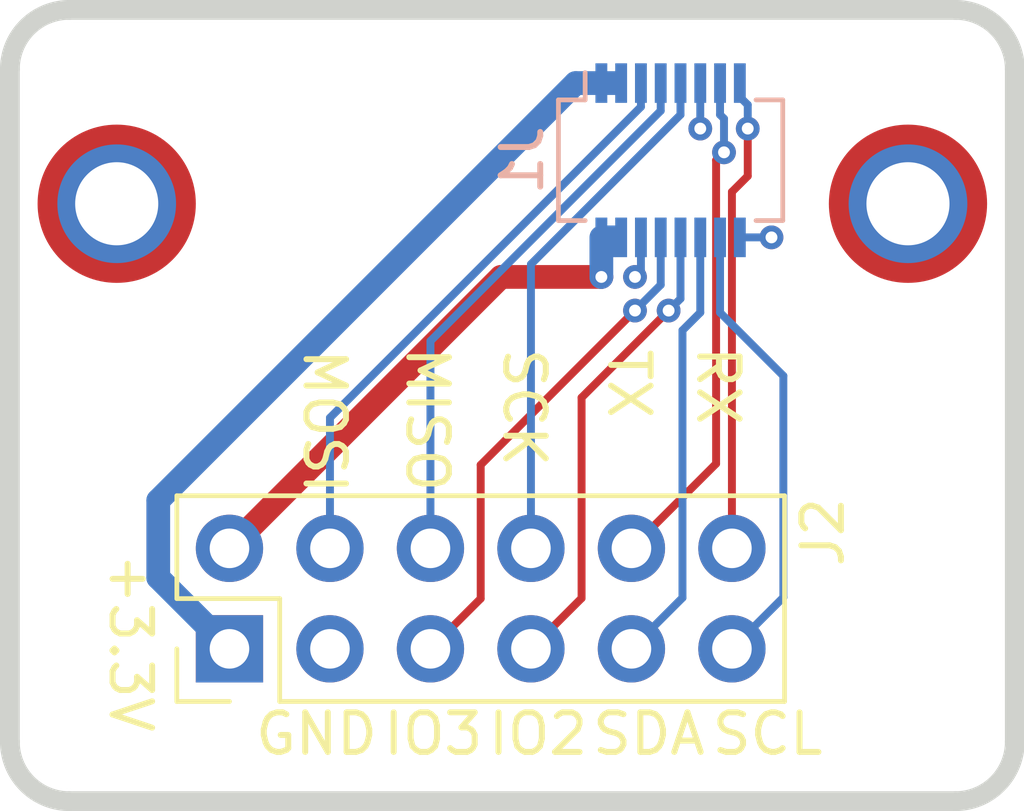
<source format=kicad_pcb>
(kicad_pcb (version 20171130) (host pcbnew "(5.1.9-0-10_14)")

  (general
    (thickness 1.6)
    (drawings 19)
    (tracks 60)
    (zones 0)
    (modules 4)
    (nets 13)
  )

  (page A4)
  (title_block
    (title "mikroPhone expansion breakout")
    (date 2024-02-02)
    (rev 4.0)
  )

  (layers
    (0 F.Cu signal)
    (1 GND power)
    (2 PWR power)
    (31 B.Cu signal)
    (32 B.Adhes user)
    (33 F.Adhes user)
    (34 B.Paste user)
    (35 F.Paste user)
    (36 B.SilkS user)
    (37 F.SilkS user)
    (38 B.Mask user)
    (39 F.Mask user)
    (40 Dwgs.User user)
    (41 Cmts.User user)
    (42 Eco1.User user)
    (43 Eco2.User user)
    (44 Edge.Cuts user)
    (45 Margin user)
    (46 B.CrtYd user)
    (47 F.CrtYd user)
    (48 B.Fab user hide)
    (49 F.Fab user hide)
  )

  (setup
    (last_trace_width 0.2)
    (trace_clearance 0.2)
    (zone_clearance 0.2032)
    (zone_45_only no)
    (trace_min 0.1524)
    (via_size 0.6)
    (via_drill 0.3)
    (via_min_size 0.4)
    (via_min_drill 0.2)
    (uvia_size 0.3)
    (uvia_drill 0.1)
    (uvias_allowed no)
    (uvia_min_size 0.2)
    (uvia_min_drill 0.1)
    (edge_width 0.05)
    (segment_width 0.2)
    (pcb_text_width 0.3)
    (pcb_text_size 1.5 1.5)
    (mod_edge_width 0.12)
    (mod_text_size 1 1)
    (mod_text_width 0.15)
    (pad_size 1.524 1.524)
    (pad_drill 0.762)
    (pad_to_mask_clearance 0)
    (aux_axis_origin 0 0)
    (visible_elements FFFFFF7F)
    (pcbplotparams
      (layerselection 0x010f0_ffffffff)
      (usegerberextensions true)
      (usegerberattributes false)
      (usegerberadvancedattributes false)
      (creategerberjobfile false)
      (excludeedgelayer true)
      (linewidth 0.100000)
      (plotframeref false)
      (viasonmask false)
      (mode 1)
      (useauxorigin false)
      (hpglpennumber 1)
      (hpglpenspeed 20)
      (hpglpendiameter 15.000000)
      (psnegative false)
      (psa4output false)
      (plotreference true)
      (plotvalue true)
      (plotinvisibletext false)
      (padsonsilk false)
      (subtractmaskfromsilk true)
      (outputformat 1)
      (mirror false)
      (drillshape 0)
      (scaleselection 1)
      (outputdirectory "fab/"))
  )

  (net 0 "")
  (net 1 GND)
  (net 2 +3V3)
  (net 3 /SPI_MOSI)
  (net 4 /SPI_MISO)
  (net 5 /SPI_SCK)
  (net 6 /UART_TX)
  (net 7 /UART_RX)
  (net 8 VDD)
  (net 9 /I2C_SDA)
  (net 10 /I2C_SCL)
  (net 11 /GPIO3)
  (net 12 /GPIO2)

  (net_class Default "This is the default net class."
    (clearance 0.2)
    (trace_width 0.2)
    (via_dia 0.6)
    (via_drill 0.3)
    (uvia_dia 0.3)
    (uvia_drill 0.1)
    (add_net +3V3)
    (add_net /GPIO2)
    (add_net /GPIO3)
    (add_net /I2C_SCL)
    (add_net /I2C_SDA)
    (add_net /SPI_MISO)
    (add_net /SPI_MOSI)
    (add_net /SPI_SCK)
    (add_net /UART_RX)
    (add_net /UART_TX)
    (add_net GND)
    (add_net VDD)
  )

  (module Connector_Molex:Molex_SlimStack_55560-0161_2x08_P0.50mm_Vertical (layer B.Cu) (tedit 60DA23A1) (tstamp 60DA7D5B)
    (at 198 117.7 180)
    (descr "Molex SlimStack Fine-Pitch SMT Board-to-Board Connectors, 55560-0161, 16 Pins (http://www.molex.com/pdm_docs/sd/555600207_sd.pdf), generated with kicad-footprint-generator")
    (tags "connector Molex SlimStack side entry")
    (path /60DA2442)
    (attr smd)
    (fp_text reference J1 (at 3.75 0 90) (layer B.SilkS)
      (effects (font (size 1 1) (thickness 0.15)) (justify mirror))
    )
    (fp_text value IN (at 0 4.4) (layer B.Fab)
      (effects (font (size 1 1) (thickness 0.15)) (justify mirror))
    )
    (fp_line (start -3.22 2.95) (end 3.22 2.95) (layer B.CrtYd) (width 0.05))
    (fp_line (start -3.22 -2.95) (end -3.22 2.95) (layer B.CrtYd) (width 0.05))
    (fp_line (start 3.22 -2.95) (end -3.22 -2.95) (layer B.CrtYd) (width 0.05))
    (fp_line (start 3.22 2.95) (end 3.22 -2.95) (layer B.CrtYd) (width 0.05))
    (fp_line (start -2.835 1.525) (end -2.16 1.525) (layer B.SilkS) (width 0.12))
    (fp_line (start -2.835 -1.525) (end -2.835 1.525) (layer B.SilkS) (width 0.12))
    (fp_line (start -2.16 -1.525) (end -2.835 -1.525) (layer B.SilkS) (width 0.12))
    (fp_line (start 2.16 1.525) (end 2.16 2.215) (layer B.SilkS) (width 0.12))
    (fp_line (start 2.835 1.525) (end 2.16 1.525) (layer B.SilkS) (width 0.12))
    (fp_line (start 2.835 -1.525) (end 2.835 1.525) (layer B.SilkS) (width 0.12))
    (fp_line (start 2.16 -1.525) (end 2.835 -1.525) (layer B.SilkS) (width 0.12))
    (fp_line (start 2.16 1.525) (end 2.16 2.215) (layer B.Fab) (width 0.1))
    (fp_line (start -2.725 1.415) (end 2.725 1.415) (layer B.Fab) (width 0.1))
    (fp_line (start -2.725 -1.415) (end -2.725 1.415) (layer B.Fab) (width 0.1))
    (fp_line (start 2.725 -1.415) (end -2.725 -1.415) (layer B.Fab) (width 0.1))
    (fp_line (start 2.725 1.415) (end 2.725 -1.415) (layer B.Fab) (width 0.1))
    (fp_text user %R (at 0 0) (layer B.Fab)
      (effects (font (size 1 1) (thickness 0.15)) (justify mirror))
    )
    (pad 1 smd rect (at 1.75 1.95 180) (size 0.3 1) (layers B.Cu B.Paste B.Mask)
      (net 2 +3V3))
    (pad 3 smd rect (at 1.25 1.95 180) (size 0.3 1) (layers B.Cu B.Paste B.Mask)
      (net 2 +3V3))
    (pad 5 smd rect (at 0.75 1.95 180) (size 0.3 1) (layers B.Cu B.Paste B.Mask)
      (net 3 /SPI_MOSI))
    (pad 7 smd rect (at 0.25 1.95 180) (size 0.3 1) (layers B.Cu B.Paste B.Mask)
      (net 4 /SPI_MISO))
    (pad 9 smd rect (at -0.25 1.95 180) (size 0.3 1) (layers B.Cu B.Paste B.Mask)
      (net 5 /SPI_SCK))
    (pad 11 smd rect (at -0.75 1.95 180) (size 0.3 1) (layers B.Cu B.Paste B.Mask)
      (net 1 GND))
    (pad 13 smd rect (at -1.25 1.95 180) (size 0.3 1) (layers B.Cu B.Paste B.Mask)
      (net 6 /UART_TX))
    (pad 15 smd rect (at -1.75 1.95 180) (size 0.3 1) (layers B.Cu B.Paste B.Mask)
      (net 7 /UART_RX))
    (pad 2 smd rect (at 1.75 -1.95 180) (size 0.3 1) (layers B.Cu B.Paste B.Mask)
      (net 8 VDD))
    (pad 4 smd rect (at 1.25 -1.95 180) (size 0.3 1) (layers B.Cu B.Paste B.Mask)
      (net 8 VDD))
    (pad 6 smd rect (at 0.75 -1.95 180) (size 0.3 1) (layers B.Cu B.Paste B.Mask)
      (net 1 GND))
    (pad 8 smd rect (at 0.25 -1.95 180) (size 0.3 1) (layers B.Cu B.Paste B.Mask)
      (net 11 /GPIO3))
    (pad 10 smd rect (at -0.25 -1.95 180) (size 0.3 1) (layers B.Cu B.Paste B.Mask)
      (net 12 /GPIO2))
    (pad 12 smd rect (at -0.75 -1.95 180) (size 0.3 1) (layers B.Cu B.Paste B.Mask)
      (net 9 /I2C_SDA))
    (pad 14 smd rect (at -1.25 -1.95 180) (size 0.3 1) (layers B.Cu B.Paste B.Mask)
      (net 10 /I2C_SCL))
    (pad 16 smd rect (at -1.75 -1.95 180) (size 0.3 1) (layers B.Cu B.Paste B.Mask)
      (net 1 GND))
    (model ${KISYS3DMOD}/Connector_Molex.3dshapes/Molex_SlimStack_55560-0161_2x08_P0.50mm_Vertical.wrl
      (at (xyz 0 0 0))
      (scale (xyz 1 1 1))
      (rotate (xyz 0 0 0))
    )
  )

  (module footprints:Spacer_small (layer F.Cu) (tedit 61BFD32E) (tstamp 65BE3852)
    (at 204 118.8)
    (path /65BF75AF)
    (fp_text reference J3 (at 0 2.8) (layer F.SilkS) hide
      (effects (font (size 1 1) (thickness 0.15)))
    )
    (fp_text value Spacer (at 0 -2.7) (layer F.Fab)
      (effects (font (size 1 1) (thickness 0.15)))
    )
    (pad 1 thru_hole circle (at 0 0) (size 3 3) (drill 2.1) (layers *.Cu *.Mask)
      (net 1 GND))
    (pad 1 smd circle (at 0 0) (size 4 4) (layers F.Cu F.Mask)
      (net 1 GND))
  )

  (module footprints:Spacer_small (layer F.Cu) (tedit 61BFD32E) (tstamp 65BE3858)
    (at 184 118.8)
    (path /65BF7FCD)
    (fp_text reference J4 (at 0 2.8) (layer F.SilkS) hide
      (effects (font (size 1 1) (thickness 0.15)))
    )
    (fp_text value Spacer (at 0 -2.7) (layer F.Fab)
      (effects (font (size 1 1) (thickness 0.15)))
    )
    (pad 1 smd circle (at 0 0) (size 4 4) (layers F.Cu F.Mask)
      (net 1 GND))
    (pad 1 thru_hole circle (at 0 0) (size 3 3) (drill 2.1) (layers *.Cu *.Mask)
      (net 1 GND))
  )

  (module Connector_PinHeader_2.54mm:PinHeader_2x06_P2.54mm_Vertical (layer F.Cu) (tedit 59FED5CC) (tstamp 65BE4CDD)
    (at 186.85 130.05 90)
    (descr "Through hole straight pin header, 2x06, 2.54mm pitch, double rows")
    (tags "Through hole pin header THT 2x06 2.54mm double row")
    (path /65C12A3F)
    (fp_text reference J2 (at 2.95 15 -90) (layer F.SilkS)
      (effects (font (size 1 1) (thickness 0.15)))
    )
    (fp_text value OUT (at 1.27 15.03 -90) (layer F.Fab)
      (effects (font (size 1 1) (thickness 0.15)))
    )
    (fp_line (start 4.35 -1.8) (end -1.8 -1.8) (layer F.CrtYd) (width 0.05))
    (fp_line (start 4.35 14.5) (end 4.35 -1.8) (layer F.CrtYd) (width 0.05))
    (fp_line (start -1.8 14.5) (end 4.35 14.5) (layer F.CrtYd) (width 0.05))
    (fp_line (start -1.8 -1.8) (end -1.8 14.5) (layer F.CrtYd) (width 0.05))
    (fp_line (start -1.33 -1.33) (end 0 -1.33) (layer F.SilkS) (width 0.12))
    (fp_line (start -1.33 0) (end -1.33 -1.33) (layer F.SilkS) (width 0.12))
    (fp_line (start 1.27 -1.33) (end 3.87 -1.33) (layer F.SilkS) (width 0.12))
    (fp_line (start 1.27 1.27) (end 1.27 -1.33) (layer F.SilkS) (width 0.12))
    (fp_line (start -1.33 1.27) (end 1.27 1.27) (layer F.SilkS) (width 0.12))
    (fp_line (start 3.87 -1.33) (end 3.87 14.03) (layer F.SilkS) (width 0.12))
    (fp_line (start -1.33 1.27) (end -1.33 14.03) (layer F.SilkS) (width 0.12))
    (fp_line (start -1.33 14.03) (end 3.87 14.03) (layer F.SilkS) (width 0.12))
    (fp_line (start -1.27 0) (end 0 -1.27) (layer F.Fab) (width 0.1))
    (fp_line (start -1.27 13.97) (end -1.27 0) (layer F.Fab) (width 0.1))
    (fp_line (start 3.81 13.97) (end -1.27 13.97) (layer F.Fab) (width 0.1))
    (fp_line (start 3.81 -1.27) (end 3.81 13.97) (layer F.Fab) (width 0.1))
    (fp_line (start 0 -1.27) (end 3.81 -1.27) (layer F.Fab) (width 0.1))
    (fp_text user %R (at 1.27 6.35 180) (layer F.Fab)
      (effects (font (size 1 1) (thickness 0.15)))
    )
    (pad 1 thru_hole rect (at 0 0 90) (size 1.7 1.7) (drill 1) (layers *.Cu *.Mask)
      (net 2 +3V3))
    (pad 2 thru_hole oval (at 2.54 0 90) (size 1.7 1.7) (drill 1) (layers *.Cu *.Mask)
      (net 8 VDD))
    (pad 3 thru_hole oval (at 0 2.54 90) (size 1.7 1.7) (drill 1) (layers *.Cu *.Mask)
      (net 1 GND))
    (pad 4 thru_hole oval (at 2.54 2.54 90) (size 1.7 1.7) (drill 1) (layers *.Cu *.Mask)
      (net 3 /SPI_MOSI))
    (pad 5 thru_hole oval (at 0 5.08 90) (size 1.7 1.7) (drill 1) (layers *.Cu *.Mask)
      (net 11 /GPIO3))
    (pad 6 thru_hole oval (at 2.54 5.08 90) (size 1.7 1.7) (drill 1) (layers *.Cu *.Mask)
      (net 4 /SPI_MISO))
    (pad 7 thru_hole oval (at 0 7.62 90) (size 1.7 1.7) (drill 1) (layers *.Cu *.Mask)
      (net 12 /GPIO2))
    (pad 8 thru_hole oval (at 2.54 7.62 90) (size 1.7 1.7) (drill 1) (layers *.Cu *.Mask)
      (net 5 /SPI_SCK))
    (pad 9 thru_hole oval (at 0 10.16 90) (size 1.7 1.7) (drill 1) (layers *.Cu *.Mask)
      (net 9 /I2C_SDA))
    (pad 10 thru_hole oval (at 2.54 10.16 90) (size 1.7 1.7) (drill 1) (layers *.Cu *.Mask)
      (net 6 /UART_TX))
    (pad 11 thru_hole oval (at 0 12.7 90) (size 1.7 1.7) (drill 1) (layers *.Cu *.Mask)
      (net 10 /I2C_SCL))
    (pad 12 thru_hole oval (at 2.54 12.7 90) (size 1.7 1.7) (drill 1) (layers *.Cu *.Mask)
      (net 7 /UART_RX))
    (model ${KISYS3DMOD}/Connector_PinHeader_2.54mm.3dshapes/PinHeader_2x06_P2.54mm_Vertical.wrl
      (at (xyz 0 0 0))
      (scale (xyz 1 1 1))
      (rotate (xyz 0 0 0))
    )
  )

  (gr_text RX (at 199.2 123.4 270) (layer F.SilkS)
    (effects (font (size 1 1) (thickness 0.15)))
  )
  (gr_text TX (at 196.95 123.35 270) (layer F.SilkS)
    (effects (font (size 1 1) (thickness 0.15)))
  )
  (gr_text IO2 (at 194.65 132.2) (layer F.SilkS)
    (effects (font (size 1 1) (thickness 0.15)))
  )
  (gr_text IO3 (at 192 132.2) (layer F.SilkS) (tstamp 614F550E)
    (effects (font (size 1 1) (thickness 0.15)))
  )
  (gr_text GND (at 189.05 132.2) (layer F.SilkS) (tstamp 614F54E1)
    (effects (font (size 1 1) (thickness 0.15)))
  )
  (gr_text MISO (at 191.85 124.25 270) (layer F.SilkS) (tstamp 614F54DF)
    (effects (font (size 1 1) (thickness 0.15)))
  )
  (gr_text SDA (at 197.45 132.2) (layer F.SilkS) (tstamp 614F54DE)
    (effects (font (size 1 1) (thickness 0.15)))
  )
  (gr_text SCL (at 200.45 132.2) (layer F.SilkS) (tstamp 614F54DD)
    (effects (font (size 1 1) (thickness 0.15)))
  )
  (gr_text +3.3V (at 184.35 129.9 270) (layer F.SilkS) (tstamp 614F54DC)
    (effects (font (size 1 1) (thickness 0.15)))
  )
  (gr_text SCK (at 194.3 123.95 270) (layer F.SilkS) (tstamp 614F54DB)
    (effects (font (size 1 1) (thickness 0.15)))
  )
  (gr_text MOSI (at 189.25 124.3 270) (layer F.SilkS) (tstamp 614F54DA)
    (effects (font (size 1 1) (thickness 0.15)))
  )
  (gr_line (start 205.2 133.9) (end 182.8 133.9) (layer Edge.Cuts) (width 0.5) (tstamp 60DA3AA5))
  (gr_arc (start 205.2 132.4) (end 205.2 133.9) (angle -90) (layer Edge.Cuts) (width 0.5) (tstamp 60DA3A98))
  (gr_arc (start 182.8 132.4) (end 181.3 132.4) (angle -90) (layer Edge.Cuts) (width 0.5) (tstamp 60DA3A98))
  (gr_line (start 181.3 115.4) (end 181.3 132.4) (layer Edge.Cuts) (width 0.5))
  (gr_arc (start 182.8 115.4) (end 182.8 113.9) (angle -90) (layer Edge.Cuts) (width 0.5) (tstamp 60DA3A98))
  (gr_line (start 205.2 113.9) (end 182.8 113.9) (layer Edge.Cuts) (width 0.5))
  (gr_line (start 206.7 115.4) (end 206.7 132.4) (layer Edge.Cuts) (width 0.5))
  (gr_arc (start 205.2 115.4) (end 206.7 115.4) (angle -90) (layer Edge.Cuts) (width 0.5) (tstamp 60DA37D1))

  (via (at 197.1 120.65) (size 0.6) (drill 0.3) (layers F.Cu B.Cu) (net 1))
  (segment (start 197.25 120.5) (end 197.1 120.65) (width 0.2) (layer B.Cu) (net 1))
  (segment (start 197.25 119.65) (end 197.25 120.5) (width 0.2) (layer B.Cu) (net 1))
  (via (at 198.75 116.9) (size 0.6) (drill 0.3) (layers F.Cu B.Cu) (net 1))
  (segment (start 198.75 115.75) (end 198.75 116.9) (width 0.2) (layer B.Cu) (net 1))
  (via (at 200.55 119.65) (size 0.6) (drill 0.3) (layers F.Cu B.Cu) (net 1))
  (segment (start 199.75 119.65) (end 200.55 119.65) (width 0.2) (layer B.Cu) (net 1))
  (segment (start 196.75 115.75) (end 196.25 115.75) (width 0.2) (layer B.Cu) (net 2))
  (segment (start 186.85 130.05) (end 185.05 128.25) (width 0.6) (layer B.Cu) (net 2))
  (segment (start 185.05 128.25) (end 185.05 126.3) (width 0.6) (layer B.Cu) (net 2))
  (segment (start 185.05 126.3) (end 195.6 115.75) (width 0.6) (layer B.Cu) (net 2))
  (segment (start 195.6 115.75) (end 196.25 115.75) (width 0.6) (layer B.Cu) (net 2))
  (segment (start 197.25 115.75) (end 197.25 116.35) (width 0.2) (layer B.Cu) (net 3))
  (segment (start 197.25 116.35) (end 189.39 124.21) (width 0.2) (layer B.Cu) (net 3))
  (segment (start 189.39 124.21) (end 189.39 127.51) (width 0.2) (layer B.Cu) (net 3))
  (segment (start 197.75 115.75) (end 197.75 116.45) (width 0.2) (layer B.Cu) (net 4))
  (segment (start 191.93 122.27) (end 191.93 127.51) (width 0.2) (layer B.Cu) (net 4))
  (segment (start 197.75 116.45) (end 191.93 122.27) (width 0.2) (layer B.Cu) (net 4))
  (segment (start 198.25 116.55) (end 198.25 115.75) (width 0.2) (layer B.Cu) (net 5))
  (segment (start 198.25 116.55) (end 194.47 120.33) (width 0.2) (layer B.Cu) (net 5))
  (segment (start 194.47 120.33) (end 194.47 127.51) (width 0.2) (layer B.Cu) (net 5))
  (segment (start 199.25 115.75) (end 199.25 116.55) (width 0.2) (layer B.Cu) (net 6))
  (via (at 199.35 117.5) (size 0.6) (drill 0.3) (layers F.Cu B.Cu) (net 6))
  (segment (start 199.35 116.65) (end 199.35 117.5) (width 0.2) (layer B.Cu) (net 6))
  (segment (start 199.25 116.55) (end 199.35 116.65) (width 0.2) (layer B.Cu) (net 6))
  (segment (start 199.35 117.5) (end 199.15 117.7) (width 0.2) (layer F.Cu) (net 6))
  (segment (start 199.15 125.37) (end 197.01 127.51) (width 0.2) (layer F.Cu) (net 6))
  (segment (start 199.15 117.7) (end 199.15 125.37) (width 0.2) (layer F.Cu) (net 6))
  (segment (start 199.55 118.5) (end 199.95 118.1) (width 0.2) (layer F.Cu) (net 7))
  (segment (start 199.55 127.51) (end 199.55 118.5) (width 0.2) (layer F.Cu) (net 7))
  (segment (start 199.75 115.75) (end 199.75 116.1) (width 0.2) (layer B.Cu) (net 7))
  (segment (start 199.75 116.1) (end 199.95 116.3) (width 0.2) (layer B.Cu) (net 7))
  (via (at 199.95 116.9) (size 0.6) (drill 0.3) (layers F.Cu B.Cu) (net 7))
  (segment (start 199.95 116.3) (end 199.95 116.9) (width 0.2) (layer B.Cu) (net 7))
  (segment (start 199.95 116.9) (end 199.95 118.1) (width 0.2) (layer F.Cu) (net 7))
  (segment (start 196.75 119.65) (end 196.25 119.65) (width 0.2) (layer B.Cu) (net 8))
  (via (at 196.25 120.65) (size 0.6) (drill 0.3) (layers F.Cu B.Cu) (net 8))
  (segment (start 193.71 120.65) (end 196.25 120.65) (width 0.6) (layer F.Cu) (net 8))
  (segment (start 186.85 127.51) (end 193.71 120.65) (width 0.6) (layer F.Cu) (net 8))
  (segment (start 196.25 120.65) (end 196.25 119.65) (width 0.6) (layer B.Cu) (net 8))
  (segment (start 198.75 119.65) (end 198.75 121.55) (width 0.2) (layer B.Cu) (net 9))
  (segment (start 198.75 121.55) (end 198.3 122) (width 0.2) (layer B.Cu) (net 9))
  (segment (start 198.3 128.76) (end 197.01 130.05) (width 0.2) (layer B.Cu) (net 9))
  (segment (start 198.3 122) (end 198.3 128.76) (width 0.2) (layer B.Cu) (net 9))
  (segment (start 200.85 128.75) (end 199.55 130.05) (width 0.2) (layer B.Cu) (net 10))
  (segment (start 199.25 119.65) (end 199.25 121.55) (width 0.2) (layer B.Cu) (net 10))
  (segment (start 200.85 123.15) (end 200.85 128.75) (width 0.2) (layer B.Cu) (net 10))
  (segment (start 199.25 121.55) (end 200.85 123.15) (width 0.2) (layer B.Cu) (net 10))
  (segment (start 197.75 119.65) (end 197.75 120.85) (width 0.2) (layer B.Cu) (net 11))
  (via (at 197.1 121.5) (size 0.6) (drill 0.3) (layers F.Cu B.Cu) (net 11))
  (segment (start 197.75 120.85) (end 197.1 121.5) (width 0.2) (layer B.Cu) (net 11))
  (segment (start 197.1 121.5) (end 193.2 125.4) (width 0.2) (layer F.Cu) (net 11))
  (segment (start 193.2 128.78) (end 191.93 130.05) (width 0.2) (layer F.Cu) (net 11))
  (segment (start 193.2 125.4) (end 193.2 128.78) (width 0.2) (layer F.Cu) (net 11))
  (via (at 197.95 121.5) (size 0.6) (drill 0.3) (layers F.Cu B.Cu) (net 12))
  (segment (start 198.25 121.2) (end 197.95 121.5) (width 0.2) (layer B.Cu) (net 12))
  (segment (start 198.25 119.65) (end 198.25 121.2) (width 0.2) (layer B.Cu) (net 12))
  (segment (start 197.95 121.5) (end 195.75 123.7) (width 0.2) (layer F.Cu) (net 12))
  (segment (start 195.75 128.77) (end 194.47 130.05) (width 0.2) (layer F.Cu) (net 12))
  (segment (start 195.75 123.7) (end 195.75 128.77) (width 0.2) (layer F.Cu) (net 12))

  (zone (net 1) (net_name GND) (layer GND) (tstamp 65D5B3CF) (hatch edge 0.508)
    (connect_pads (clearance 0.2032))
    (min_thickness 0.254)
    (fill yes (arc_segments 32) (thermal_gap 0.254) (thermal_bridge_width 0.381))
    (polygon
      (pts
        (xy 206.7 133.9) (xy 181.3 133.9) (xy 181.3 113.9) (xy 206.7 113.9)
      )
    )
    (filled_polygon
      (pts
        (xy 205.378115 114.500446) (xy 205.54945 114.552176) (xy 205.707467 114.636195) (xy 205.846164 114.749313) (xy 205.960241 114.887209)
        (xy 206.045364 115.044641) (xy 206.098288 115.215609) (xy 206.1198 115.42029) (xy 206.119801 132.371614) (xy 206.099554 132.578115)
        (xy 206.047824 132.74945) (xy 205.963803 132.90747) (xy 205.850687 133.046163) (xy 205.712791 133.160241) (xy 205.555355 133.245366)
        (xy 205.384392 133.298288) (xy 205.179711 133.3198) (xy 182.828376 133.3198) (xy 182.621885 133.299554) (xy 182.45055 133.247824)
        (xy 182.29253 133.163803) (xy 182.153837 133.050687) (xy 182.039759 132.912791) (xy 181.954634 132.755355) (xy 181.901712 132.584392)
        (xy 181.8802 132.379711) (xy 181.8802 129.2) (xy 185.668203 129.2) (xy 185.668203 130.9) (xy 185.674578 130.96473)
        (xy 185.69346 131.026973) (xy 185.724121 131.084337) (xy 185.765384 131.134616) (xy 185.815663 131.175879) (xy 185.873027 131.20654)
        (xy 185.93527 131.225422) (xy 186 131.231797) (xy 187.7 131.231797) (xy 187.76473 131.225422) (xy 187.826973 131.20654)
        (xy 187.884337 131.175879) (xy 187.934616 131.134616) (xy 187.975879 131.084337) (xy 188.00654 131.026973) (xy 188.025422 130.96473)
        (xy 188.031797 130.9) (xy 188.031797 130.305033) (xy 188.185705 130.305033) (xy 188.2586 130.535079) (xy 188.374974 130.746484)
        (xy 188.530355 130.931123) (xy 188.718771 131.081901) (xy 188.932982 131.193024) (xy 189.134967 131.254292) (xy 189.3265 131.183973)
        (xy 189.3265 130.1135) (xy 189.4535 130.1135) (xy 189.4535 131.183973) (xy 189.645033 131.254292) (xy 189.847018 131.193024)
        (xy 190.061229 131.081901) (xy 190.249645 130.931123) (xy 190.405026 130.746484) (xy 190.5214 130.535079) (xy 190.594295 130.305033)
        (xy 190.524114 130.1135) (xy 189.4535 130.1135) (xy 189.3265 130.1135) (xy 188.255886 130.1135) (xy 188.185705 130.305033)
        (xy 188.031797 130.305033) (xy 188.031797 129.794967) (xy 188.185705 129.794967) (xy 188.255886 129.9865) (xy 189.3265 129.9865)
        (xy 189.3265 128.916027) (xy 189.4535 128.916027) (xy 189.4535 129.9865) (xy 190.524114 129.9865) (xy 190.543438 129.93376)
        (xy 190.7498 129.93376) (xy 190.7498 130.16624) (xy 190.795155 130.394252) (xy 190.884121 130.609034) (xy 191.013279 130.802333)
        (xy 191.177667 130.966721) (xy 191.370966 131.095879) (xy 191.585748 131.184845) (xy 191.81376 131.2302) (xy 192.04624 131.2302)
        (xy 192.274252 131.184845) (xy 192.489034 131.095879) (xy 192.682333 130.966721) (xy 192.846721 130.802333) (xy 192.975879 130.609034)
        (xy 193.064845 130.394252) (xy 193.1102 130.16624) (xy 193.1102 129.93376) (xy 193.2898 129.93376) (xy 193.2898 130.16624)
        (xy 193.335155 130.394252) (xy 193.424121 130.609034) (xy 193.553279 130.802333) (xy 193.717667 130.966721) (xy 193.910966 131.095879)
        (xy 194.125748 131.184845) (xy 194.35376 131.2302) (xy 194.58624 131.2302) (xy 194.814252 131.184845) (xy 195.029034 131.095879)
        (xy 195.222333 130.966721) (xy 195.386721 130.802333) (xy 195.515879 130.609034) (xy 195.604845 130.394252) (xy 195.6502 130.16624)
        (xy 195.6502 129.93376) (xy 195.8298 129.93376) (xy 195.8298 130.16624) (xy 195.875155 130.394252) (xy 195.964121 130.609034)
        (xy 196.093279 130.802333) (xy 196.257667 130.966721) (xy 196.450966 131.095879) (xy 196.665748 131.184845) (xy 196.89376 131.2302)
        (xy 197.12624 131.2302) (xy 197.354252 131.184845) (xy 197.569034 131.095879) (xy 197.762333 130.966721) (xy 197.926721 130.802333)
        (xy 198.055879 130.609034) (xy 198.144845 130.394252) (xy 198.1902 130.16624) (xy 198.1902 129.93376) (xy 198.3698 129.93376)
        (xy 198.3698 130.16624) (xy 198.415155 130.394252) (xy 198.504121 130.609034) (xy 198.633279 130.802333) (xy 198.797667 130.966721)
        (xy 198.990966 131.095879) (xy 199.205748 131.184845) (xy 199.43376 131.2302) (xy 199.66624 131.2302) (xy 199.894252 131.184845)
        (xy 200.109034 131.095879) (xy 200.302333 130.966721) (xy 200.466721 130.802333) (xy 200.595879 130.609034) (xy 200.684845 130.394252)
        (xy 200.7302 130.16624) (xy 200.7302 129.93376) (xy 200.684845 129.705748) (xy 200.595879 129.490966) (xy 200.466721 129.297667)
        (xy 200.302333 129.133279) (xy 200.109034 129.004121) (xy 199.894252 128.915155) (xy 199.66624 128.8698) (xy 199.43376 128.8698)
        (xy 199.205748 128.915155) (xy 198.990966 129.004121) (xy 198.797667 129.133279) (xy 198.633279 129.297667) (xy 198.504121 129.490966)
        (xy 198.415155 129.705748) (xy 198.3698 129.93376) (xy 198.1902 129.93376) (xy 198.144845 129.705748) (xy 198.055879 129.490966)
        (xy 197.926721 129.297667) (xy 197.762333 129.133279) (xy 197.569034 129.004121) (xy 197.354252 128.915155) (xy 197.12624 128.8698)
        (xy 196.89376 128.8698) (xy 196.665748 128.915155) (xy 196.450966 129.004121) (xy 196.257667 129.133279) (xy 196.093279 129.297667)
        (xy 195.964121 129.490966) (xy 195.875155 129.705748) (xy 195.8298 129.93376) (xy 195.6502 129.93376) (xy 195.604845 129.705748)
        (xy 195.515879 129.490966) (xy 195.386721 129.297667) (xy 195.222333 129.133279) (xy 195.029034 129.004121) (xy 194.814252 128.915155)
        (xy 194.58624 128.8698) (xy 194.35376 128.8698) (xy 194.125748 128.915155) (xy 193.910966 129.004121) (xy 193.717667 129.133279)
        (xy 193.553279 129.297667) (xy 193.424121 129.490966) (xy 193.335155 129.705748) (xy 193.2898 129.93376) (xy 193.1102 129.93376)
        (xy 193.064845 129.705748) (xy 192.975879 129.490966) (xy 192.846721 129.297667) (xy 192.682333 129.133279) (xy 192.489034 129.004121)
        (xy 192.274252 128.915155) (xy 192.04624 128.8698) (xy 191.81376 128.8698) (xy 191.585748 128.915155) (xy 191.370966 129.004121)
        (xy 191.177667 129.133279) (xy 191.013279 129.297667) (xy 190.884121 129.490966) (xy 190.795155 129.705748) (xy 190.7498 129.93376)
        (xy 190.543438 129.93376) (xy 190.594295 129.794967) (xy 190.5214 129.564921) (xy 190.405026 129.353516) (xy 190.249645 129.168877)
        (xy 190.061229 129.018099) (xy 189.847018 128.906976) (xy 189.645033 128.845708) (xy 189.4535 128.916027) (xy 189.3265 128.916027)
        (xy 189.134967 128.845708) (xy 188.932982 128.906976) (xy 188.718771 129.018099) (xy 188.530355 129.168877) (xy 188.374974 129.353516)
        (xy 188.2586 129.564921) (xy 188.185705 129.794967) (xy 188.031797 129.794967) (xy 188.031797 129.2) (xy 188.025422 129.13527)
        (xy 188.00654 129.073027) (xy 187.975879 129.015663) (xy 187.934616 128.965384) (xy 187.884337 128.924121) (xy 187.826973 128.89346)
        (xy 187.76473 128.874578) (xy 187.7 128.868203) (xy 186 128.868203) (xy 185.93527 128.874578) (xy 185.873027 128.89346)
        (xy 185.815663 128.924121) (xy 185.765384 128.965384) (xy 185.724121 129.015663) (xy 185.69346 129.073027) (xy 185.674578 129.13527)
        (xy 185.668203 129.2) (xy 181.8802 129.2) (xy 181.8802 127.39376) (xy 185.6698 127.39376) (xy 185.6698 127.62624)
        (xy 185.715155 127.854252) (xy 185.804121 128.069034) (xy 185.933279 128.262333) (xy 186.097667 128.426721) (xy 186.290966 128.555879)
        (xy 186.505748 128.644845) (xy 186.73376 128.6902) (xy 186.96624 128.6902) (xy 187.194252 128.644845) (xy 187.409034 128.555879)
        (xy 187.602333 128.426721) (xy 187.766721 128.262333) (xy 187.895879 128.069034) (xy 187.984845 127.854252) (xy 188.0302 127.62624)
        (xy 188.0302 127.39376) (xy 188.2098 127.39376) (xy 188.2098 127.62624) (xy 188.255155 127.854252) (xy 188.344121 128.069034)
        (xy 188.473279 128.262333) (xy 188.637667 128.426721) (xy 188.830966 128.555879) (xy 189.045748 128.644845) (xy 189.27376 128.6902)
        (xy 189.50624 128.6902) (xy 189.734252 128.644845) (xy 189.949034 128.555879) (xy 190.142333 128.426721) (xy 190.306721 128.262333)
        (xy 190.435879 128.069034) (xy 190.524845 127.854252) (xy 190.5702 127.62624) (xy 190.5702 127.39376) (xy 190.7498 127.39376)
        (xy 190.7498 127.62624) (xy 190.795155 127.854252) (xy 190.884121 128.069034) (xy 191.013279 128.262333) (xy 191.177667 128.426721)
        (xy 191.370966 128.555879) (xy 191.585748 128.644845) (xy 191.81376 128.6902) (xy 192.04624 128.6902) (xy 192.274252 128.644845)
        (xy 192.489034 128.555879) (xy 192.682333 128.426721) (xy 192.846721 128.262333) (xy 192.975879 128.069034) (xy 193.064845 127.854252)
        (xy 193.1102 127.62624) (xy 193.1102 127.39376) (xy 193.2898 127.39376) (xy 193.2898 127.62624) (xy 193.335155 127.854252)
        (xy 193.424121 128.069034) (xy 193.553279 128.262333) (xy 193.717667 128.426721) (xy 193.910966 128.555879) (xy 194.125748 128.644845)
        (xy 194.35376 128.6902) (xy 194.58624 128.6902) (xy 194.814252 128.644845) (xy 195.029034 128.555879) (xy 195.222333 128.426721)
        (xy 195.386721 128.262333) (xy 195.515879 128.069034) (xy 195.604845 127.854252) (xy 195.6502 127.62624) (xy 195.6502 127.39376)
        (xy 195.8298 127.39376) (xy 195.8298 127.62624) (xy 195.875155 127.854252) (xy 195.964121 128.069034) (xy 196.093279 128.262333)
        (xy 196.257667 128.426721) (xy 196.450966 128.555879) (xy 196.665748 128.644845) (xy 196.89376 128.6902) (xy 197.12624 128.6902)
        (xy 197.354252 128.644845) (xy 197.569034 128.555879) (xy 197.762333 128.426721) (xy 197.926721 128.262333) (xy 198.055879 128.069034)
        (xy 198.144845 127.854252) (xy 198.1902 127.62624) (xy 198.1902 127.39376) (xy 198.3698 127.39376) (xy 198.3698 127.62624)
        (xy 198.415155 127.854252) (xy 198.504121 128.069034) (xy 198.633279 128.262333) (xy 198.797667 128.426721) (xy 198.990966 128.555879)
        (xy 199.205748 128.644845) (xy 199.43376 128.6902) (xy 199.66624 128.6902) (xy 199.894252 128.644845) (xy 200.109034 128.555879)
        (xy 200.302333 128.426721) (xy 200.466721 128.262333) (xy 200.595879 128.069034) (xy 200.684845 127.854252) (xy 200.7302 127.62624)
        (xy 200.7302 127.39376) (xy 200.684845 127.165748) (xy 200.595879 126.950966) (xy 200.466721 126.757667) (xy 200.302333 126.593279)
        (xy 200.109034 126.464121) (xy 199.894252 126.375155) (xy 199.66624 126.3298) (xy 199.43376 126.3298) (xy 199.205748 126.375155)
        (xy 198.990966 126.464121) (xy 198.797667 126.593279) (xy 198.633279 126.757667) (xy 198.504121 126.950966) (xy 198.415155 127.165748)
        (xy 198.3698 127.39376) (xy 198.1902 127.39376) (xy 198.144845 127.165748) (xy 198.055879 126.950966) (xy 197.926721 126.757667)
        (xy 197.762333 126.593279) (xy 197.569034 126.464121) (xy 197.354252 126.375155) (xy 197.12624 126.3298) (xy 196.89376 126.3298)
        (xy 196.665748 126.375155) (xy 196.450966 126.464121) (xy 196.257667 126.593279) (xy 196.093279 126.757667) (xy 195.964121 126.950966)
        (xy 195.875155 127.165748) (xy 195.8298 127.39376) (xy 195.6502 127.39376) (xy 195.604845 127.165748) (xy 195.515879 126.950966)
        (xy 195.386721 126.757667) (xy 195.222333 126.593279) (xy 195.029034 126.464121) (xy 194.814252 126.375155) (xy 194.58624 126.3298)
        (xy 194.35376 126.3298) (xy 194.125748 126.375155) (xy 193.910966 126.464121) (xy 193.717667 126.593279) (xy 193.553279 126.757667)
        (xy 193.424121 126.950966) (xy 193.335155 127.165748) (xy 193.2898 127.39376) (xy 193.1102 127.39376) (xy 193.064845 127.165748)
        (xy 192.975879 126.950966) (xy 192.846721 126.757667) (xy 192.682333 126.593279) (xy 192.489034 126.464121) (xy 192.274252 126.375155)
        (xy 192.04624 126.3298) (xy 191.81376 126.3298) (xy 191.585748 126.375155) (xy 191.370966 126.464121) (xy 191.177667 126.593279)
        (xy 191.013279 126.757667) (xy 190.884121 126.950966) (xy 190.795155 127.165748) (xy 190.7498 127.39376) (xy 190.5702 127.39376)
        (xy 190.524845 127.165748) (xy 190.435879 126.950966) (xy 190.306721 126.757667) (xy 190.142333 126.593279) (xy 189.949034 126.464121)
        (xy 189.734252 126.375155) (xy 189.50624 126.3298) (xy 189.27376 126.3298) (xy 189.045748 126.375155) (xy 188.830966 126.464121)
        (xy 188.637667 126.593279) (xy 188.473279 126.757667) (xy 188.344121 126.950966) (xy 188.255155 127.165748) (xy 188.2098 127.39376)
        (xy 188.0302 127.39376) (xy 187.984845 127.165748) (xy 187.895879 126.950966) (xy 187.766721 126.757667) (xy 187.602333 126.593279)
        (xy 187.409034 126.464121) (xy 187.194252 126.375155) (xy 186.96624 126.3298) (xy 186.73376 126.3298) (xy 186.505748 126.375155)
        (xy 186.290966 126.464121) (xy 186.097667 126.593279) (xy 185.933279 126.757667) (xy 185.804121 126.950966) (xy 185.715155 127.165748)
        (xy 185.6698 127.39376) (xy 181.8802 127.39376) (xy 181.8802 120.113258) (xy 182.776545 120.113258) (xy 182.941026 120.365585)
        (xy 183.266805 120.542098) (xy 183.620759 120.651664) (xy 183.989287 120.690071) (xy 184.358228 120.655843) (xy 184.586758 120.587931)
        (xy 195.6198 120.587931) (xy 195.6198 120.712069) (xy 195.644018 120.833822) (xy 195.691524 120.948512) (xy 195.760492 121.051729)
        (xy 195.848271 121.139508) (xy 195.951488 121.208476) (xy 196.066178 121.255982) (xy 196.187931 121.2802) (xy 196.312069 121.2802)
        (xy 196.433822 121.255982) (xy 196.536583 121.213417) (xy 196.494018 121.316178) (xy 196.4698 121.437931) (xy 196.4698 121.562069)
        (xy 196.494018 121.683822) (xy 196.541524 121.798512) (xy 196.610492 121.901729) (xy 196.698271 121.989508) (xy 196.801488 122.058476)
        (xy 196.916178 122.105982) (xy 197.037931 122.1302) (xy 197.162069 122.1302) (xy 197.283822 122.105982) (xy 197.398512 122.058476)
        (xy 197.501729 121.989508) (xy 197.525 121.966237) (xy 197.548271 121.989508) (xy 197.651488 122.058476) (xy 197.766178 122.105982)
        (xy 197.887931 122.1302) (xy 198.012069 122.1302) (xy 198.133822 122.105982) (xy 198.248512 122.058476) (xy 198.351729 121.989508)
        (xy 198.439508 121.901729) (xy 198.508476 121.798512) (xy 198.555982 121.683822) (xy 198.5802 121.562069) (xy 198.5802 121.437931)
        (xy 198.555982 121.316178) (xy 198.508476 121.201488) (xy 198.439508 121.098271) (xy 198.351729 121.010492) (xy 198.248512 120.941524)
        (xy 198.133822 120.894018) (xy 198.012069 120.8698) (xy 197.887931 120.8698) (xy 197.766178 120.894018) (xy 197.651488 120.941524)
        (xy 197.548271 121.010492) (xy 197.525 121.033763) (xy 197.501729 121.010492) (xy 197.398512 120.941524) (xy 197.283822 120.894018)
        (xy 197.162069 120.8698) (xy 197.037931 120.8698) (xy 196.916178 120.894018) (xy 196.813417 120.936583) (xy 196.855982 120.833822)
        (xy 196.8802 120.712069) (xy 196.8802 120.587931) (xy 196.855982 120.466178) (xy 196.808476 120.351488) (xy 196.739508 120.248271)
        (xy 196.651729 120.160492) (xy 196.581039 120.113258) (xy 202.776545 120.113258) (xy 202.941026 120.365585) (xy 203.266805 120.542098)
        (xy 203.620759 120.651664) (xy 203.989287 120.690071) (xy 204.358228 120.655843) (xy 204.713401 120.550297) (xy 205.04116 120.377488)
        (xy 205.058974 120.365585) (xy 205.223455 120.113258) (xy 204 118.889803) (xy 202.776545 120.113258) (xy 196.581039 120.113258)
        (xy 196.548512 120.091524) (xy 196.433822 120.044018) (xy 196.312069 120.0198) (xy 196.187931 120.0198) (xy 196.066178 120.044018)
        (xy 195.951488 120.091524) (xy 195.848271 120.160492) (xy 195.760492 120.248271) (xy 195.691524 120.351488) (xy 195.644018 120.466178)
        (xy 195.6198 120.587931) (xy 184.586758 120.587931) (xy 184.713401 120.550297) (xy 185.04116 120.377488) (xy 185.058974 120.365585)
        (xy 185.223455 120.113258) (xy 184 118.889803) (xy 182.776545 120.113258) (xy 181.8802 120.113258) (xy 181.8802 118.789287)
        (xy 182.109929 118.789287) (xy 182.144157 119.158228) (xy 182.249703 119.513401) (xy 182.422512 119.84116) (xy 182.434415 119.858974)
        (xy 182.686742 120.023455) (xy 183.910197 118.8) (xy 184.089803 118.8) (xy 185.313258 120.023455) (xy 185.565585 119.858974)
        (xy 185.742098 119.533195) (xy 185.851664 119.179241) (xy 185.890071 118.810713) (xy 185.888084 118.789287) (xy 202.109929 118.789287)
        (xy 202.144157 119.158228) (xy 202.249703 119.513401) (xy 202.422512 119.84116) (xy 202.434415 119.858974) (xy 202.686742 120.023455)
        (xy 203.910197 118.8) (xy 204.089803 118.8) (xy 205.313258 120.023455) (xy 205.565585 119.858974) (xy 205.742098 119.533195)
        (xy 205.851664 119.179241) (xy 205.890071 118.810713) (xy 205.855843 118.441772) (xy 205.750297 118.086599) (xy 205.577488 117.75884)
        (xy 205.565585 117.741026) (xy 205.313258 117.576545) (xy 204.089803 118.8) (xy 203.910197 118.8) (xy 202.686742 117.576545)
        (xy 202.434415 117.741026) (xy 202.257902 118.066805) (xy 202.148336 118.420759) (xy 202.109929 118.789287) (xy 185.888084 118.789287)
        (xy 185.855843 118.441772) (xy 185.750297 118.086599) (xy 185.577488 117.75884) (xy 185.565585 117.741026) (xy 185.313258 117.576545)
        (xy 184.089803 118.8) (xy 183.910197 118.8) (xy 182.686742 117.576545) (xy 182.434415 117.741026) (xy 182.257902 118.066805)
        (xy 182.148336 118.420759) (xy 182.109929 118.789287) (xy 181.8802 118.789287) (xy 181.8802 117.486742) (xy 182.776545 117.486742)
        (xy 184 118.710197) (xy 185.223455 117.486742) (xy 185.191638 117.437931) (xy 198.7198 117.437931) (xy 198.7198 117.562069)
        (xy 198.744018 117.683822) (xy 198.791524 117.798512) (xy 198.860492 117.901729) (xy 198.948271 117.989508) (xy 199.051488 118.058476)
        (xy 199.166178 118.105982) (xy 199.287931 118.1302) (xy 199.412069 118.1302) (xy 199.533822 118.105982) (xy 199.648512 118.058476)
        (xy 199.751729 117.989508) (xy 199.839508 117.901729) (xy 199.908476 117.798512) (xy 199.955982 117.683822) (xy 199.9802 117.562069)
        (xy 199.9802 117.5302) (xy 200.012069 117.5302) (xy 200.133822 117.505982) (xy 200.180271 117.486742) (xy 202.776545 117.486742)
        (xy 204 118.710197) (xy 205.223455 117.486742) (xy 205.058974 117.234415) (xy 204.733195 117.057902) (xy 204.379241 116.948336)
        (xy 204.010713 116.909929) (xy 203.641772 116.944157) (xy 203.286599 117.049703) (xy 202.95884 117.222512) (xy 202.941026 117.234415)
        (xy 202.776545 117.486742) (xy 200.180271 117.486742) (xy 200.248512 117.458476) (xy 200.351729 117.389508) (xy 200.439508 117.301729)
        (xy 200.508476 117.198512) (xy 200.555982 117.083822) (xy 200.5802 116.962069) (xy 200.5802 116.837931) (xy 200.555982 116.716178)
        (xy 200.508476 116.601488) (xy 200.439508 116.498271) (xy 200.351729 116.410492) (xy 200.248512 116.341524) (xy 200.133822 116.294018)
        (xy 200.012069 116.2698) (xy 199.887931 116.2698) (xy 199.766178 116.294018) (xy 199.651488 116.341524) (xy 199.548271 116.410492)
        (xy 199.460492 116.498271) (xy 199.391524 116.601488) (xy 199.344018 116.716178) (xy 199.3198 116.837931) (xy 199.3198 116.8698)
        (xy 199.287931 116.8698) (xy 199.166178 116.894018) (xy 199.051488 116.941524) (xy 198.948271 117.010492) (xy 198.860492 117.098271)
        (xy 198.791524 117.201488) (xy 198.744018 117.316178) (xy 198.7198 117.437931) (xy 185.191638 117.437931) (xy 185.058974 117.234415)
        (xy 184.733195 117.057902) (xy 184.379241 116.948336) (xy 184.010713 116.909929) (xy 183.641772 116.944157) (xy 183.286599 117.049703)
        (xy 182.95884 117.222512) (xy 182.941026 117.234415) (xy 182.776545 117.486742) (xy 181.8802 117.486742) (xy 181.8802 115.428376)
        (xy 181.900446 115.221885) (xy 181.952176 115.05055) (xy 182.036195 114.892533) (xy 182.149313 114.753836) (xy 182.287209 114.639759)
        (xy 182.444641 114.554636) (xy 182.615609 114.501712) (xy 182.82029 114.4802) (xy 205.171624 114.4802)
      )
    )
  )
  (zone (net 1) (net_name GND) (layer PWR) (tstamp 65D5B3CC) (hatch edge 0.508)
    (connect_pads (clearance 0.2032))
    (min_thickness 0.254)
    (fill yes (arc_segments 32) (thermal_gap 0.254) (thermal_bridge_width 0.381))
    (polygon
      (pts
        (xy 206.7 133.9) (xy 181.3 133.9) (xy 181.3 113.9) (xy 206.7 113.9)
      )
    )
    (filled_polygon
      (pts
        (xy 205.378115 114.500446) (xy 205.54945 114.552176) (xy 205.707467 114.636195) (xy 205.846164 114.749313) (xy 205.960241 114.887209)
        (xy 206.045364 115.044641) (xy 206.098288 115.215609) (xy 206.1198 115.42029) (xy 206.119801 132.371614) (xy 206.099554 132.578115)
        (xy 206.047824 132.74945) (xy 205.963803 132.90747) (xy 205.850687 133.046163) (xy 205.712791 133.160241) (xy 205.555355 133.245366)
        (xy 205.384392 133.298288) (xy 205.179711 133.3198) (xy 182.828376 133.3198) (xy 182.621885 133.299554) (xy 182.45055 133.247824)
        (xy 182.29253 133.163803) (xy 182.153837 133.050687) (xy 182.039759 132.912791) (xy 181.954634 132.755355) (xy 181.901712 132.584392)
        (xy 181.8802 132.379711) (xy 181.8802 129.2) (xy 185.668203 129.2) (xy 185.668203 130.9) (xy 185.674578 130.96473)
        (xy 185.69346 131.026973) (xy 185.724121 131.084337) (xy 185.765384 131.134616) (xy 185.815663 131.175879) (xy 185.873027 131.20654)
        (xy 185.93527 131.225422) (xy 186 131.231797) (xy 187.7 131.231797) (xy 187.76473 131.225422) (xy 187.826973 131.20654)
        (xy 187.884337 131.175879) (xy 187.934616 131.134616) (xy 187.975879 131.084337) (xy 188.00654 131.026973) (xy 188.025422 130.96473)
        (xy 188.031797 130.9) (xy 188.031797 130.305033) (xy 188.185705 130.305033) (xy 188.2586 130.535079) (xy 188.374974 130.746484)
        (xy 188.530355 130.931123) (xy 188.718771 131.081901) (xy 188.932982 131.193024) (xy 189.134967 131.254292) (xy 189.3265 131.183973)
        (xy 189.3265 130.1135) (xy 189.4535 130.1135) (xy 189.4535 131.183973) (xy 189.645033 131.254292) (xy 189.847018 131.193024)
        (xy 190.061229 131.081901) (xy 190.249645 130.931123) (xy 190.405026 130.746484) (xy 190.5214 130.535079) (xy 190.594295 130.305033)
        (xy 190.524114 130.1135) (xy 189.4535 130.1135) (xy 189.3265 130.1135) (xy 188.255886 130.1135) (xy 188.185705 130.305033)
        (xy 188.031797 130.305033) (xy 188.031797 129.794967) (xy 188.185705 129.794967) (xy 188.255886 129.9865) (xy 189.3265 129.9865)
        (xy 189.3265 128.916027) (xy 189.4535 128.916027) (xy 189.4535 129.9865) (xy 190.524114 129.9865) (xy 190.543438 129.93376)
        (xy 190.7498 129.93376) (xy 190.7498 130.16624) (xy 190.795155 130.394252) (xy 190.884121 130.609034) (xy 191.013279 130.802333)
        (xy 191.177667 130.966721) (xy 191.370966 131.095879) (xy 191.585748 131.184845) (xy 191.81376 131.2302) (xy 192.04624 131.2302)
        (xy 192.274252 131.184845) (xy 192.489034 131.095879) (xy 192.682333 130.966721) (xy 192.846721 130.802333) (xy 192.975879 130.609034)
        (xy 193.064845 130.394252) (xy 193.1102 130.16624) (xy 193.1102 129.93376) (xy 193.2898 129.93376) (xy 193.2898 130.16624)
        (xy 193.335155 130.394252) (xy 193.424121 130.609034) (xy 193.553279 130.802333) (xy 193.717667 130.966721) (xy 193.910966 131.095879)
        (xy 194.125748 131.184845) (xy 194.35376 131.2302) (xy 194.58624 131.2302) (xy 194.814252 131.184845) (xy 195.029034 131.095879)
        (xy 195.222333 130.966721) (xy 195.386721 130.802333) (xy 195.515879 130.609034) (xy 195.604845 130.394252) (xy 195.6502 130.16624)
        (xy 195.6502 129.93376) (xy 195.8298 129.93376) (xy 195.8298 130.16624) (xy 195.875155 130.394252) (xy 195.964121 130.609034)
        (xy 196.093279 130.802333) (xy 196.257667 130.966721) (xy 196.450966 131.095879) (xy 196.665748 131.184845) (xy 196.89376 131.2302)
        (xy 197.12624 131.2302) (xy 197.354252 131.184845) (xy 197.569034 131.095879) (xy 197.762333 130.966721) (xy 197.926721 130.802333)
        (xy 198.055879 130.609034) (xy 198.144845 130.394252) (xy 198.1902 130.16624) (xy 198.1902 129.93376) (xy 198.3698 129.93376)
        (xy 198.3698 130.16624) (xy 198.415155 130.394252) (xy 198.504121 130.609034) (xy 198.633279 130.802333) (xy 198.797667 130.966721)
        (xy 198.990966 131.095879) (xy 199.205748 131.184845) (xy 199.43376 131.2302) (xy 199.66624 131.2302) (xy 199.894252 131.184845)
        (xy 200.109034 131.095879) (xy 200.302333 130.966721) (xy 200.466721 130.802333) (xy 200.595879 130.609034) (xy 200.684845 130.394252)
        (xy 200.7302 130.16624) (xy 200.7302 129.93376) (xy 200.684845 129.705748) (xy 200.595879 129.490966) (xy 200.466721 129.297667)
        (xy 200.302333 129.133279) (xy 200.109034 129.004121) (xy 199.894252 128.915155) (xy 199.66624 128.8698) (xy 199.43376 128.8698)
        (xy 199.205748 128.915155) (xy 198.990966 129.004121) (xy 198.797667 129.133279) (xy 198.633279 129.297667) (xy 198.504121 129.490966)
        (xy 198.415155 129.705748) (xy 198.3698 129.93376) (xy 198.1902 129.93376) (xy 198.144845 129.705748) (xy 198.055879 129.490966)
        (xy 197.926721 129.297667) (xy 197.762333 129.133279) (xy 197.569034 129.004121) (xy 197.354252 128.915155) (xy 197.12624 128.8698)
        (xy 196.89376 128.8698) (xy 196.665748 128.915155) (xy 196.450966 129.004121) (xy 196.257667 129.133279) (xy 196.093279 129.297667)
        (xy 195.964121 129.490966) (xy 195.875155 129.705748) (xy 195.8298 129.93376) (xy 195.6502 129.93376) (xy 195.604845 129.705748)
        (xy 195.515879 129.490966) (xy 195.386721 129.297667) (xy 195.222333 129.133279) (xy 195.029034 129.004121) (xy 194.814252 128.915155)
        (xy 194.58624 128.8698) (xy 194.35376 128.8698) (xy 194.125748 128.915155) (xy 193.910966 129.004121) (xy 193.717667 129.133279)
        (xy 193.553279 129.297667) (xy 193.424121 129.490966) (xy 193.335155 129.705748) (xy 193.2898 129.93376) (xy 193.1102 129.93376)
        (xy 193.064845 129.705748) (xy 192.975879 129.490966) (xy 192.846721 129.297667) (xy 192.682333 129.133279) (xy 192.489034 129.004121)
        (xy 192.274252 128.915155) (xy 192.04624 128.8698) (xy 191.81376 128.8698) (xy 191.585748 128.915155) (xy 191.370966 129.004121)
        (xy 191.177667 129.133279) (xy 191.013279 129.297667) (xy 190.884121 129.490966) (xy 190.795155 129.705748) (xy 190.7498 129.93376)
        (xy 190.543438 129.93376) (xy 190.594295 129.794967) (xy 190.5214 129.564921) (xy 190.405026 129.353516) (xy 190.249645 129.168877)
        (xy 190.061229 129.018099) (xy 189.847018 128.906976) (xy 189.645033 128.845708) (xy 189.4535 128.916027) (xy 189.3265 128.916027)
        (xy 189.134967 128.845708) (xy 188.932982 128.906976) (xy 188.718771 129.018099) (xy 188.530355 129.168877) (xy 188.374974 129.353516)
        (xy 188.2586 129.564921) (xy 188.185705 129.794967) (xy 188.031797 129.794967) (xy 188.031797 129.2) (xy 188.025422 129.13527)
        (xy 188.00654 129.073027) (xy 187.975879 129.015663) (xy 187.934616 128.965384) (xy 187.884337 128.924121) (xy 187.826973 128.89346)
        (xy 187.76473 128.874578) (xy 187.7 128.868203) (xy 186 128.868203) (xy 185.93527 128.874578) (xy 185.873027 128.89346)
        (xy 185.815663 128.924121) (xy 185.765384 128.965384) (xy 185.724121 129.015663) (xy 185.69346 129.073027) (xy 185.674578 129.13527)
        (xy 185.668203 129.2) (xy 181.8802 129.2) (xy 181.8802 127.39376) (xy 185.6698 127.39376) (xy 185.6698 127.62624)
        (xy 185.715155 127.854252) (xy 185.804121 128.069034) (xy 185.933279 128.262333) (xy 186.097667 128.426721) (xy 186.290966 128.555879)
        (xy 186.505748 128.644845) (xy 186.73376 128.6902) (xy 186.96624 128.6902) (xy 187.194252 128.644845) (xy 187.409034 128.555879)
        (xy 187.602333 128.426721) (xy 187.766721 128.262333) (xy 187.895879 128.069034) (xy 187.984845 127.854252) (xy 188.0302 127.62624)
        (xy 188.0302 127.39376) (xy 188.2098 127.39376) (xy 188.2098 127.62624) (xy 188.255155 127.854252) (xy 188.344121 128.069034)
        (xy 188.473279 128.262333) (xy 188.637667 128.426721) (xy 188.830966 128.555879) (xy 189.045748 128.644845) (xy 189.27376 128.6902)
        (xy 189.50624 128.6902) (xy 189.734252 128.644845) (xy 189.949034 128.555879) (xy 190.142333 128.426721) (xy 190.306721 128.262333)
        (xy 190.435879 128.069034) (xy 190.524845 127.854252) (xy 190.5702 127.62624) (xy 190.5702 127.39376) (xy 190.7498 127.39376)
        (xy 190.7498 127.62624) (xy 190.795155 127.854252) (xy 190.884121 128.069034) (xy 191.013279 128.262333) (xy 191.177667 128.426721)
        (xy 191.370966 128.555879) (xy 191.585748 128.644845) (xy 191.81376 128.6902) (xy 192.04624 128.6902) (xy 192.274252 128.644845)
        (xy 192.489034 128.555879) (xy 192.682333 128.426721) (xy 192.846721 128.262333) (xy 192.975879 128.069034) (xy 193.064845 127.854252)
        (xy 193.1102 127.62624) (xy 193.1102 127.39376) (xy 193.2898 127.39376) (xy 193.2898 127.62624) (xy 193.335155 127.854252)
        (xy 193.424121 128.069034) (xy 193.553279 128.262333) (xy 193.717667 128.426721) (xy 193.910966 128.555879) (xy 194.125748 128.644845)
        (xy 194.35376 128.6902) (xy 194.58624 128.6902) (xy 194.814252 128.644845) (xy 195.029034 128.555879) (xy 195.222333 128.426721)
        (xy 195.386721 128.262333) (xy 195.515879 128.069034) (xy 195.604845 127.854252) (xy 195.6502 127.62624) (xy 195.6502 127.39376)
        (xy 195.8298 127.39376) (xy 195.8298 127.62624) (xy 195.875155 127.854252) (xy 195.964121 128.069034) (xy 196.093279 128.262333)
        (xy 196.257667 128.426721) (xy 196.450966 128.555879) (xy 196.665748 128.644845) (xy 196.89376 128.6902) (xy 197.12624 128.6902)
        (xy 197.354252 128.644845) (xy 197.569034 128.555879) (xy 197.762333 128.426721) (xy 197.926721 128.262333) (xy 198.055879 128.069034)
        (xy 198.144845 127.854252) (xy 198.1902 127.62624) (xy 198.1902 127.39376) (xy 198.3698 127.39376) (xy 198.3698 127.62624)
        (xy 198.415155 127.854252) (xy 198.504121 128.069034) (xy 198.633279 128.262333) (xy 198.797667 128.426721) (xy 198.990966 128.555879)
        (xy 199.205748 128.644845) (xy 199.43376 128.6902) (xy 199.66624 128.6902) (xy 199.894252 128.644845) (xy 200.109034 128.555879)
        (xy 200.302333 128.426721) (xy 200.466721 128.262333) (xy 200.595879 128.069034) (xy 200.684845 127.854252) (xy 200.7302 127.62624)
        (xy 200.7302 127.39376) (xy 200.684845 127.165748) (xy 200.595879 126.950966) (xy 200.466721 126.757667) (xy 200.302333 126.593279)
        (xy 200.109034 126.464121) (xy 199.894252 126.375155) (xy 199.66624 126.3298) (xy 199.43376 126.3298) (xy 199.205748 126.375155)
        (xy 198.990966 126.464121) (xy 198.797667 126.593279) (xy 198.633279 126.757667) (xy 198.504121 126.950966) (xy 198.415155 127.165748)
        (xy 198.3698 127.39376) (xy 198.1902 127.39376) (xy 198.144845 127.165748) (xy 198.055879 126.950966) (xy 197.926721 126.757667)
        (xy 197.762333 126.593279) (xy 197.569034 126.464121) (xy 197.354252 126.375155) (xy 197.12624 126.3298) (xy 196.89376 126.3298)
        (xy 196.665748 126.375155) (xy 196.450966 126.464121) (xy 196.257667 126.593279) (xy 196.093279 126.757667) (xy 195.964121 126.950966)
        (xy 195.875155 127.165748) (xy 195.8298 127.39376) (xy 195.6502 127.39376) (xy 195.604845 127.165748) (xy 195.515879 126.950966)
        (xy 195.386721 126.757667) (xy 195.222333 126.593279) (xy 195.029034 126.464121) (xy 194.814252 126.375155) (xy 194.58624 126.3298)
        (xy 194.35376 126.3298) (xy 194.125748 126.375155) (xy 193.910966 126.464121) (xy 193.717667 126.593279) (xy 193.553279 126.757667)
        (xy 193.424121 126.950966) (xy 193.335155 127.165748) (xy 193.2898 127.39376) (xy 193.1102 127.39376) (xy 193.064845 127.165748)
        (xy 192.975879 126.950966) (xy 192.846721 126.757667) (xy 192.682333 126.593279) (xy 192.489034 126.464121) (xy 192.274252 126.375155)
        (xy 192.04624 126.3298) (xy 191.81376 126.3298) (xy 191.585748 126.375155) (xy 191.370966 126.464121) (xy 191.177667 126.593279)
        (xy 191.013279 126.757667) (xy 190.884121 126.950966) (xy 190.795155 127.165748) (xy 190.7498 127.39376) (xy 190.5702 127.39376)
        (xy 190.524845 127.165748) (xy 190.435879 126.950966) (xy 190.306721 126.757667) (xy 190.142333 126.593279) (xy 189.949034 126.464121)
        (xy 189.734252 126.375155) (xy 189.50624 126.3298) (xy 189.27376 126.3298) (xy 189.045748 126.375155) (xy 188.830966 126.464121)
        (xy 188.637667 126.593279) (xy 188.473279 126.757667) (xy 188.344121 126.950966) (xy 188.255155 127.165748) (xy 188.2098 127.39376)
        (xy 188.0302 127.39376) (xy 187.984845 127.165748) (xy 187.895879 126.950966) (xy 187.766721 126.757667) (xy 187.602333 126.593279)
        (xy 187.409034 126.464121) (xy 187.194252 126.375155) (xy 186.96624 126.3298) (xy 186.73376 126.3298) (xy 186.505748 126.375155)
        (xy 186.290966 126.464121) (xy 186.097667 126.593279) (xy 185.933279 126.757667) (xy 185.804121 126.950966) (xy 185.715155 127.165748)
        (xy 185.6698 127.39376) (xy 181.8802 127.39376) (xy 181.8802 120.113258) (xy 182.776545 120.113258) (xy 182.941026 120.365585)
        (xy 183.266805 120.542098) (xy 183.620759 120.651664) (xy 183.989287 120.690071) (xy 184.358228 120.655843) (xy 184.586758 120.587931)
        (xy 195.6198 120.587931) (xy 195.6198 120.712069) (xy 195.644018 120.833822) (xy 195.691524 120.948512) (xy 195.760492 121.051729)
        (xy 195.848271 121.139508) (xy 195.951488 121.208476) (xy 196.066178 121.255982) (xy 196.187931 121.2802) (xy 196.312069 121.2802)
        (xy 196.433822 121.255982) (xy 196.536583 121.213417) (xy 196.494018 121.316178) (xy 196.4698 121.437931) (xy 196.4698 121.562069)
        (xy 196.494018 121.683822) (xy 196.541524 121.798512) (xy 196.610492 121.901729) (xy 196.698271 121.989508) (xy 196.801488 122.058476)
        (xy 196.916178 122.105982) (xy 197.037931 122.1302) (xy 197.162069 122.1302) (xy 197.283822 122.105982) (xy 197.398512 122.058476)
        (xy 197.501729 121.989508) (xy 197.525 121.966237) (xy 197.548271 121.989508) (xy 197.651488 122.058476) (xy 197.766178 122.105982)
        (xy 197.887931 122.1302) (xy 198.012069 122.1302) (xy 198.133822 122.105982) (xy 198.248512 122.058476) (xy 198.351729 121.989508)
        (xy 198.439508 121.901729) (xy 198.508476 121.798512) (xy 198.555982 121.683822) (xy 198.5802 121.562069) (xy 198.5802 121.437931)
        (xy 198.555982 121.316178) (xy 198.508476 121.201488) (xy 198.439508 121.098271) (xy 198.351729 121.010492) (xy 198.248512 120.941524)
        (xy 198.133822 120.894018) (xy 198.012069 120.8698) (xy 197.887931 120.8698) (xy 197.766178 120.894018) (xy 197.651488 120.941524)
        (xy 197.548271 121.010492) (xy 197.525 121.033763) (xy 197.501729 121.010492) (xy 197.398512 120.941524) (xy 197.283822 120.894018)
        (xy 197.162069 120.8698) (xy 197.037931 120.8698) (xy 196.916178 120.894018) (xy 196.813417 120.936583) (xy 196.855982 120.833822)
        (xy 196.8802 120.712069) (xy 196.8802 120.587931) (xy 196.855982 120.466178) (xy 196.808476 120.351488) (xy 196.739508 120.248271)
        (xy 196.651729 120.160492) (xy 196.581039 120.113258) (xy 202.776545 120.113258) (xy 202.941026 120.365585) (xy 203.266805 120.542098)
        (xy 203.620759 120.651664) (xy 203.989287 120.690071) (xy 204.358228 120.655843) (xy 204.713401 120.550297) (xy 205.04116 120.377488)
        (xy 205.058974 120.365585) (xy 205.223455 120.113258) (xy 204 118.889803) (xy 202.776545 120.113258) (xy 196.581039 120.113258)
        (xy 196.548512 120.091524) (xy 196.433822 120.044018) (xy 196.312069 120.0198) (xy 196.187931 120.0198) (xy 196.066178 120.044018)
        (xy 195.951488 120.091524) (xy 195.848271 120.160492) (xy 195.760492 120.248271) (xy 195.691524 120.351488) (xy 195.644018 120.466178)
        (xy 195.6198 120.587931) (xy 184.586758 120.587931) (xy 184.713401 120.550297) (xy 185.04116 120.377488) (xy 185.058974 120.365585)
        (xy 185.223455 120.113258) (xy 184 118.889803) (xy 182.776545 120.113258) (xy 181.8802 120.113258) (xy 181.8802 118.789287)
        (xy 182.109929 118.789287) (xy 182.144157 119.158228) (xy 182.249703 119.513401) (xy 182.422512 119.84116) (xy 182.434415 119.858974)
        (xy 182.686742 120.023455) (xy 183.910197 118.8) (xy 184.089803 118.8) (xy 185.313258 120.023455) (xy 185.565585 119.858974)
        (xy 185.742098 119.533195) (xy 185.851664 119.179241) (xy 185.890071 118.810713) (xy 185.888084 118.789287) (xy 202.109929 118.789287)
        (xy 202.144157 119.158228) (xy 202.249703 119.513401) (xy 202.422512 119.84116) (xy 202.434415 119.858974) (xy 202.686742 120.023455)
        (xy 203.910197 118.8) (xy 204.089803 118.8) (xy 205.313258 120.023455) (xy 205.565585 119.858974) (xy 205.742098 119.533195)
        (xy 205.851664 119.179241) (xy 205.890071 118.810713) (xy 205.855843 118.441772) (xy 205.750297 118.086599) (xy 205.577488 117.75884)
        (xy 205.565585 117.741026) (xy 205.313258 117.576545) (xy 204.089803 118.8) (xy 203.910197 118.8) (xy 202.686742 117.576545)
        (xy 202.434415 117.741026) (xy 202.257902 118.066805) (xy 202.148336 118.420759) (xy 202.109929 118.789287) (xy 185.888084 118.789287)
        (xy 185.855843 118.441772) (xy 185.750297 118.086599) (xy 185.577488 117.75884) (xy 185.565585 117.741026) (xy 185.313258 117.576545)
        (xy 184.089803 118.8) (xy 183.910197 118.8) (xy 182.686742 117.576545) (xy 182.434415 117.741026) (xy 182.257902 118.066805)
        (xy 182.148336 118.420759) (xy 182.109929 118.789287) (xy 181.8802 118.789287) (xy 181.8802 117.486742) (xy 182.776545 117.486742)
        (xy 184 118.710197) (xy 185.223455 117.486742) (xy 185.191638 117.437931) (xy 198.7198 117.437931) (xy 198.7198 117.562069)
        (xy 198.744018 117.683822) (xy 198.791524 117.798512) (xy 198.860492 117.901729) (xy 198.948271 117.989508) (xy 199.051488 118.058476)
        (xy 199.166178 118.105982) (xy 199.287931 118.1302) (xy 199.412069 118.1302) (xy 199.533822 118.105982) (xy 199.648512 118.058476)
        (xy 199.751729 117.989508) (xy 199.839508 117.901729) (xy 199.908476 117.798512) (xy 199.955982 117.683822) (xy 199.9802 117.562069)
        (xy 199.9802 117.5302) (xy 200.012069 117.5302) (xy 200.133822 117.505982) (xy 200.180271 117.486742) (xy 202.776545 117.486742)
        (xy 204 118.710197) (xy 205.223455 117.486742) (xy 205.058974 117.234415) (xy 204.733195 117.057902) (xy 204.379241 116.948336)
        (xy 204.010713 116.909929) (xy 203.641772 116.944157) (xy 203.286599 117.049703) (xy 202.95884 117.222512) (xy 202.941026 117.234415)
        (xy 202.776545 117.486742) (xy 200.180271 117.486742) (xy 200.248512 117.458476) (xy 200.351729 117.389508) (xy 200.439508 117.301729)
        (xy 200.508476 117.198512) (xy 200.555982 117.083822) (xy 200.5802 116.962069) (xy 200.5802 116.837931) (xy 200.555982 116.716178)
        (xy 200.508476 116.601488) (xy 200.439508 116.498271) (xy 200.351729 116.410492) (xy 200.248512 116.341524) (xy 200.133822 116.294018)
        (xy 200.012069 116.2698) (xy 199.887931 116.2698) (xy 199.766178 116.294018) (xy 199.651488 116.341524) (xy 199.548271 116.410492)
        (xy 199.460492 116.498271) (xy 199.391524 116.601488) (xy 199.344018 116.716178) (xy 199.3198 116.837931) (xy 199.3198 116.8698)
        (xy 199.287931 116.8698) (xy 199.166178 116.894018) (xy 199.051488 116.941524) (xy 198.948271 117.010492) (xy 198.860492 117.098271)
        (xy 198.791524 117.201488) (xy 198.744018 117.316178) (xy 198.7198 117.437931) (xy 185.191638 117.437931) (xy 185.058974 117.234415)
        (xy 184.733195 117.057902) (xy 184.379241 116.948336) (xy 184.010713 116.909929) (xy 183.641772 116.944157) (xy 183.286599 117.049703)
        (xy 182.95884 117.222512) (xy 182.941026 117.234415) (xy 182.776545 117.486742) (xy 181.8802 117.486742) (xy 181.8802 115.428376)
        (xy 181.900446 115.221885) (xy 181.952176 115.05055) (xy 182.036195 114.892533) (xy 182.149313 114.753836) (xy 182.287209 114.639759)
        (xy 182.444641 114.554636) (xy 182.615609 114.501712) (xy 182.82029 114.4802) (xy 205.171624 114.4802)
      )
    )
  )
  (zone (net 8) (net_name VDD) (layer B.Cu) (tstamp 65D5B3C9) (hatch edge 0.508)
    (connect_pads yes (clearance 0.2032))
    (min_thickness 0.254)
    (fill yes (arc_segments 32) (thermal_gap 0.254) (thermal_bridge_width 0.381))
    (polygon
      (pts
        (xy 196.1 119.35) (xy 196.1 120.15) (xy 196.65 120.15) (xy 196.9 119.9) (xy 196.9 119.35)
      )
    )
    (filled_polygon
      (pts
        (xy 196.768203 119.852191) (xy 196.597394 120.023) (xy 196.227 120.023) (xy 196.227 119.477) (xy 196.768203 119.477)
      )
    )
  )
  (zone (net 2) (net_name +3V3) (layer B.Cu) (tstamp 65D5B3C6) (hatch edge 0.508)
    (connect_pads yes (clearance 0.2032))
    (min_thickness 0.254)
    (fill yes (arc_segments 32) (thermal_gap 0.254) (thermal_bridge_width 0.381))
    (polygon
      (pts
        (xy 196.1 115.45) (xy 196.1 116.05) (xy 196.9 116.05) (xy 196.9 115.45)
      )
    )
    (filled_polygon
      (pts
        (xy 196.768203 115.923) (xy 196.227 115.923) (xy 196.227 115.577) (xy 196.768203 115.577)
      )
    )
  )
)

</source>
